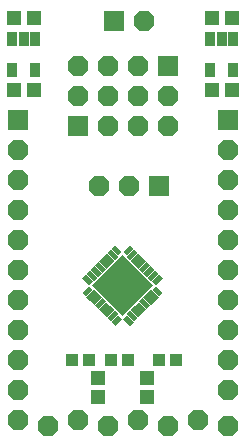
<source format=gts>
G75*
%MOIN*%
%OFA0B0*%
%FSLAX24Y24*%
%IPPOS*%
%LPD*%
%AMOC8*
5,1,8,0,0,1.08239X$1,22.5*
%
%ADD10R,0.1438X0.1438*%
%ADD11R,0.0316X0.0178*%
%ADD12R,0.0356X0.0178*%
%ADD13R,0.0680X0.0680*%
%ADD14OC8,0.0680*%
%ADD15R,0.0395X0.0395*%
%ADD16R,0.0474X0.0474*%
%ADD17R,0.0513X0.0474*%
%ADD18R,0.0352X0.0470*%
%ADD19C,0.0456*%
D10*
G36*
X004650Y004834D02*
X003634Y005850D01*
X004650Y006866D01*
X005666Y005850D01*
X004650Y004834D01*
G37*
D11*
G36*
X004797Y004855D02*
X005019Y004633D01*
X004893Y004507D01*
X004671Y004729D01*
X004797Y004855D01*
G37*
G36*
X004629Y004729D02*
X004407Y004507D01*
X004281Y004633D01*
X004503Y004855D01*
X004629Y004729D01*
G37*
G36*
X003655Y005703D02*
X003433Y005481D01*
X003307Y005607D01*
X003529Y005829D01*
X003655Y005703D01*
G37*
G36*
X003529Y005871D02*
X003307Y006093D01*
X003433Y006219D01*
X003655Y005997D01*
X003529Y005871D01*
G37*
G36*
X004503Y006845D02*
X004281Y007067D01*
X004407Y007193D01*
X004629Y006971D01*
X004503Y006845D01*
G37*
G36*
X004671Y006971D02*
X004893Y007193D01*
X005019Y007067D01*
X004797Y006845D01*
X004671Y006971D01*
G37*
G36*
X005645Y005997D02*
X005867Y006219D01*
X005993Y006093D01*
X005771Y005871D01*
X005645Y005997D01*
G37*
G36*
X005771Y005829D02*
X005993Y005607D01*
X005867Y005481D01*
X005645Y005703D01*
X005771Y005829D01*
G37*
D12*
G36*
X005604Y005718D02*
X005854Y005468D01*
X005728Y005342D01*
X005478Y005592D01*
X005604Y005718D01*
G37*
G36*
X005465Y005579D02*
X005715Y005329D01*
X005589Y005203D01*
X005339Y005453D01*
X005465Y005579D01*
G37*
G36*
X005326Y005439D02*
X005576Y005189D01*
X005450Y005063D01*
X005200Y005313D01*
X005326Y005439D01*
G37*
G36*
X005187Y005300D02*
X005437Y005050D01*
X005311Y004924D01*
X005061Y005174D01*
X005187Y005300D01*
G37*
G36*
X005047Y005161D02*
X005297Y004911D01*
X005171Y004785D01*
X004921Y005035D01*
X005047Y005161D01*
G37*
G36*
X004908Y005022D02*
X005158Y004772D01*
X005032Y004646D01*
X004782Y004896D01*
X004908Y005022D01*
G37*
G36*
X004518Y004896D02*
X004268Y004646D01*
X004142Y004772D01*
X004392Y005022D01*
X004518Y004896D01*
G37*
G36*
X004379Y005035D02*
X004129Y004785D01*
X004003Y004911D01*
X004253Y005161D01*
X004379Y005035D01*
G37*
G36*
X004239Y005174D02*
X003989Y004924D01*
X003863Y005050D01*
X004113Y005300D01*
X004239Y005174D01*
G37*
G36*
X004100Y005313D02*
X003850Y005063D01*
X003724Y005189D01*
X003974Y005439D01*
X004100Y005313D01*
G37*
G36*
X003961Y005453D02*
X003711Y005203D01*
X003585Y005329D01*
X003835Y005579D01*
X003961Y005453D01*
G37*
G36*
X003822Y005592D02*
X003572Y005342D01*
X003446Y005468D01*
X003696Y005718D01*
X003822Y005592D01*
G37*
G36*
X003696Y005982D02*
X003446Y006232D01*
X003572Y006358D01*
X003822Y006108D01*
X003696Y005982D01*
G37*
G36*
X003835Y006121D02*
X003585Y006371D01*
X003711Y006497D01*
X003961Y006247D01*
X003835Y006121D01*
G37*
G36*
X003974Y006261D02*
X003724Y006511D01*
X003850Y006637D01*
X004100Y006387D01*
X003974Y006261D01*
G37*
G36*
X004113Y006400D02*
X003863Y006650D01*
X003989Y006776D01*
X004239Y006526D01*
X004113Y006400D01*
G37*
G36*
X004253Y006539D02*
X004003Y006789D01*
X004129Y006915D01*
X004379Y006665D01*
X004253Y006539D01*
G37*
G36*
X004392Y006678D02*
X004142Y006928D01*
X004268Y007054D01*
X004518Y006804D01*
X004392Y006678D01*
G37*
G36*
X004782Y006804D02*
X005032Y007054D01*
X005158Y006928D01*
X004908Y006678D01*
X004782Y006804D01*
G37*
G36*
X004921Y006665D02*
X005171Y006915D01*
X005297Y006789D01*
X005047Y006539D01*
X004921Y006665D01*
G37*
G36*
X005061Y006526D02*
X005311Y006776D01*
X005437Y006650D01*
X005187Y006400D01*
X005061Y006526D01*
G37*
G36*
X005200Y006387D02*
X005450Y006637D01*
X005576Y006511D01*
X005326Y006261D01*
X005200Y006387D01*
G37*
G36*
X005339Y006247D02*
X005589Y006497D01*
X005715Y006371D01*
X005465Y006121D01*
X005339Y006247D01*
G37*
G36*
X005478Y006108D02*
X005728Y006358D01*
X005854Y006232D01*
X005604Y005982D01*
X005478Y006108D01*
G37*
D13*
X005850Y009150D03*
X008150Y011350D03*
X006150Y013150D03*
X004350Y014650D03*
X003150Y011150D03*
X001150Y011350D03*
D14*
X001150Y001350D03*
X001150Y002350D03*
X001150Y003350D03*
X001150Y004350D03*
X001150Y005350D03*
X001150Y006350D03*
X001150Y007350D03*
X001150Y008350D03*
X001150Y009350D03*
X001150Y010350D03*
X003150Y012150D03*
X003150Y013150D03*
X004150Y013150D03*
X004150Y012150D03*
X004150Y011150D03*
X005150Y011150D03*
X005150Y012150D03*
X005150Y013150D03*
X005350Y014650D03*
X006150Y012150D03*
X006150Y011150D03*
X004850Y009150D03*
X003850Y009150D03*
X008150Y009350D03*
X008150Y010350D03*
X008150Y008350D03*
X008150Y007350D03*
X008150Y006350D03*
X008150Y005350D03*
X008150Y004350D03*
X008150Y003350D03*
X008150Y002350D03*
X008150Y001150D03*
X007150Y001350D03*
X006150Y001150D03*
X005150Y001350D03*
X004150Y001150D03*
X003150Y001350D03*
X002150Y001150D03*
D15*
X002955Y003350D03*
X003545Y003350D03*
X004255Y003350D03*
X004845Y003350D03*
X005855Y003350D03*
X006445Y003350D03*
D16*
X005477Y002765D03*
X005477Y002135D03*
X003823Y002135D03*
X003823Y002765D03*
D17*
X001685Y012350D03*
X001015Y012350D03*
X001015Y014750D03*
X001685Y014750D03*
X007615Y014750D03*
X008285Y014750D03*
X008285Y012350D03*
X007615Y012350D03*
D18*
X007576Y013038D03*
X007576Y014058D03*
X007950Y014058D03*
X008324Y014058D03*
X008324Y013038D03*
X001724Y013038D03*
X001724Y014058D03*
X001350Y014058D03*
X000976Y014058D03*
X000976Y013038D03*
D19*
X004650Y006350D03*
X004650Y005850D03*
X004650Y005350D03*
X004150Y005850D03*
X005150Y005850D03*
M02*

</source>
